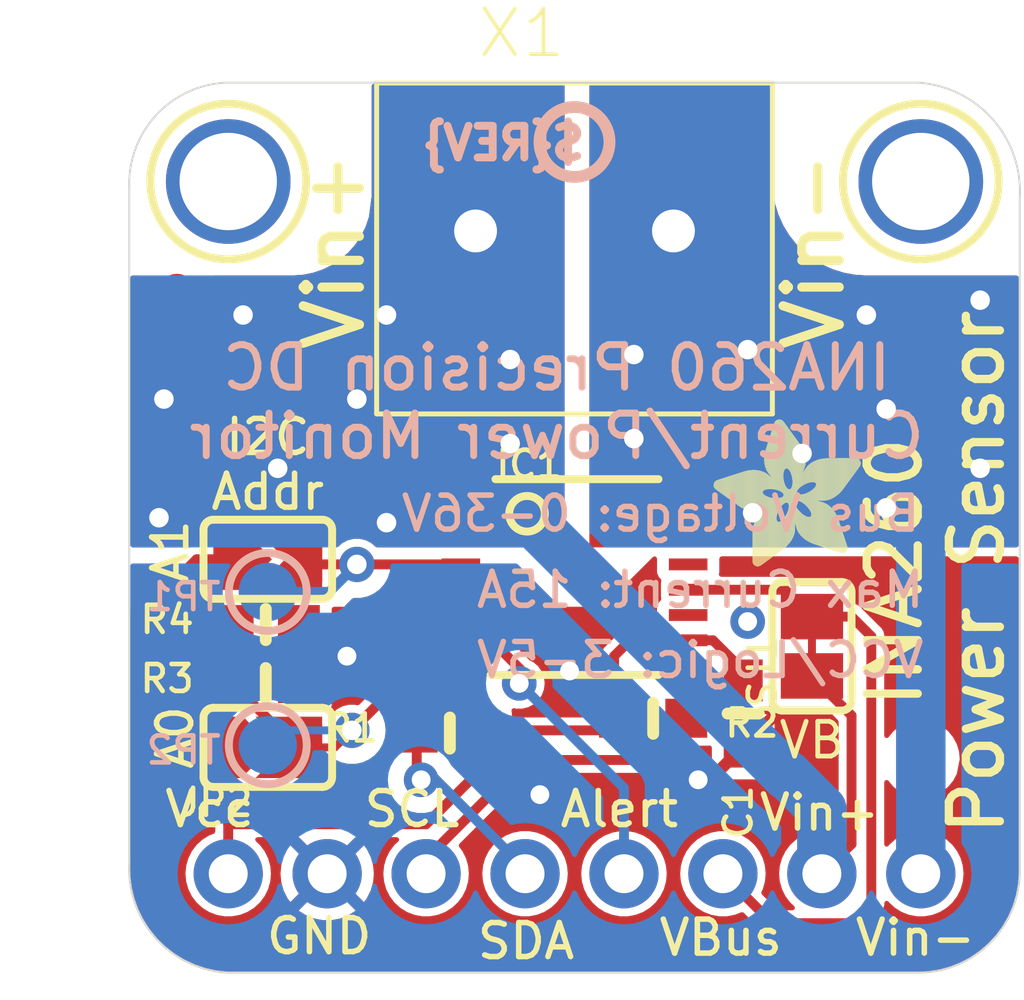
<source format=kicad_pcb>
(kicad_pcb (version 20221018) (generator pcbnew)
  (layers (0 "F.Cu" signal) (31 "B.Cu" signal) (34 "B.Paste" user) (35 "F.Paste" user) (36 "B.SilkS" user "B.Silkscreen") (37 "F.SilkS" user "F.Silkscreen") (38 "B.Mask" user) (39 "F.Mask" user) (44 "Edge.Cuts" user))
  (net 0 "")
  (net 1 "IN+")
  (net 2 "IN-")
  (net 3 "SDA")
  (net 4 "SCL")
  (net 5 "A1")
  (net 6 "A0")
  (net 7 "GND")
  (net 8 "VCC")
  (net 9 "ALERT")
  (net 10 "VBUS")
  (footprint "working:1X08_ROUND_70" (layer "F.Cu") (at 148.499785 113.89346)
    (fp_text reference "JP2" (at -10.2362 -1.8288) (layer "F.SilkS") (effects (font (size 0.692831 0.692831) (thickness 0.119969)) (justify left)))
    (fp_text value "")
    (pad "1" thru_hole circle (at -8.89 0 90) (size 1.778 1.778) (drill 1) (layers "*.Cu" "*.Mask") (net 8 "VCC"))
    (pad "2" thru_hole circle (at -6.35 0 90) (size 1.778 1.778) (drill 1) (layers "*.Cu" "*.Mask") (net 7 "GND"))
    (pad "3" thru_hole circle (at -3.81 0 90) (size 1.778 1.778) (drill 1) (layers "*.Cu" "*.Mask") (net 4 "SCL"))
    (pad "4" thru_hole circle (at -1.27 0 90) (size 1.778 1.778) (drill 1) (layers "*.Cu" "*.Mask") (net 3 "SDA"))
    (pad "5" thru_hole circle (at 1.27 0 90) (size 1.778 1.778) (drill 1) (layers "*.Cu" "*.Mask") (net 9 "ALERT"))
    (pad "6" thru_hole circle (at 3.81 0 90) (size 1.778 1.778) (drill 1) (layers "*.Cu" "*.Mask") (net 10 "VBUS"))
    (pad "7" thru_hole circle (at 6.35 0 90) (size 1.778 1.778) (drill 1) (layers "*.Cu" "*.Mask") (net 1 "IN+"))
    (pad "8" thru_hole circle (at 8.89 0 90) (size 1.778 1.778) (drill 1) (layers "*.Cu" "*.Mask") (net 2 "IN-"))
  )
  (footprint "working:0603-NO" (layer "F.Cu") (at 140.573285 107.49266 180)
    (fp_text reference "R4" (at 1.778 0.127) (layer "F.SilkS") (effects (font (size 0.692831 0.692831) (thickness 0.119969)) (justify right)))
    (fp_text value "10K")
    (pad "1" smd rect (at -0.85 0 180) (size 1.075 1) (layers "F.Cu" "F.Paste" "F.Mask") (net 7 "GND"))
    (pad "2" smd rect (at 0.85 0 180) (size 1.075 1) (layers "F.Cu" "F.Paste" "F.Mask") (net 5 "A1"))
  )
  (footprint "working:ADAFRUIT_3.5MM" (layer "F.Cu") (at 155.865785 106.01946 90)
    (fp_text reference "U$1" hide)
    (fp_text value "" hide)
  )
  (footprint "working:SOLDERJUMPER_ARROW_NOPASTE" (layer "F.Cu") (at 140.625785 105.81626)
    (fp_text reference "SJ4" hide)
    (fp_text value "")
    (fp_poly (pts (xy 0.106121 0.002663) (xy -0.679416 0.7882) (xy -1.3946 0.7882) (xy -1.3946 -0.7882) (xy -0.62715 -0.7882)) (fill solid) (layer "F.Cu"))
    (fp_poly (pts (xy 1.3946 0.7882) (xy -0.315893 0.7882) (xy 0.443148 0) (xy -0.315893 -0.7882) (xy 1.3946 -0.7882)) (fill solid) (layer "F.Cu"))
    (pad "1" smd roundrect (at -1.016 0) (size 0.762 1.524) (layers "F.Cu") (net 8 "VCC"))
    (pad "2" smd roundrect (at 1.016 0) (size 0.762 1.524) (layers "F.Cu") (net 5 "A1"))
  )
  (footprint "working:TERMBLOCK_508_1X2" (layer "F.Cu") (at 148.499785 97.38346)
    (fp_text reference "X1" (at -2.54 -5.08) (layer "F.SilkS") (effects (font (size 1.176528 1.176528) (thickness 0.093472)) (justify left)))
    (fp_text value "5.08mm Term" hide)
    (pad "P$3" thru_hole oval (at -2.54 0 90) (size 4.3688 2.1844) (drill 1.1) (layers "*.Cu" "*.Mask") (net 1 "IN+"))
    (pad "P$4" thru_hole oval (at 2.54 0 90) (size 4.3688 2.1844) (drill 1.1) (layers "*.Cu" "*.Mask") (net 2 "IN-"))
  )
  (footprint "working:MICROBUILDER_FIDUCIAL_1MM" (layer "F.Cu") (at 157.389785 110.94706)
    (fp_text reference "FID3" hide)
    (fp_text value "MICROBUILDER_FIDUCIAL\"\"" hide)
    (pad "1" smd roundrect (at 0 0) (size 1 1) (layers "F.Cu") (roundrect_rratio 0.5))
    (zone (net 0) (net_name "") (layer "F.Cu") (connect_pads (clearance 0)) (min_thickness 0.25)
      (keepout (tracks not_allowed) (vias not_allowed) (pads not_allowed) (copperpour not_allowed) (footprints allowed))
      (fill (thermal_gap 0.5) (thermal_bridge_width 0.5))
      (polygon (pts (xy 156.389785 110.94706) (xy 156.389785 110.94706) (xy 156.409 111.14215) (xy 156.465905 111.329743) (xy 156.558315 111.50263) (xy 156.682678 111.654167) (xy 156.834215 111.77853) (xy 157.007102 111.87094) (xy 157.389785 111.94706) (xy 157.389785 111.94706) (xy 157.584875 111.927845) (xy 157.772468 111.87094) (xy 157.945355 111.77853) (xy 158.096892 111.654167) (xy 158.221255 111.50263) (xy 158.313665 111.329743) (xy 158.389785 110.94706) (xy 158.389785 110.94706) (xy 158.37057 110.75197) (xy 158.313665 110.564377) (xy 158.221255 110.39149) (xy 158.096892 110.239953) (xy 157.945355 110.11559) (xy 157.772468 110.02318) (xy 157.389785 109.94706) (xy 157.389785 109.94706) (xy 157.194695 109.966275) (xy 157.007102 110.02318) (xy 156.834215 110.11559) (xy 156.682678 110.239953) (xy 156.558315 110.39149) (xy 156.465905 110.564377)))
    )
  )
  (footprint "working:0603-NO" (layer "F.Cu") (at 152.830485 109.77866 -90)
    (fp_text reference "C1" (at 1.778 0.127 90) (layer "F.SilkS") (effects (font (size 0.692831 0.692831) (thickness 0.119969)) (justify right)))
    (fp_text value "1uF")
    (pad "1" smd rect (at -0.85 0 270) (size 1.075 1) (layers "F.Cu" "F.Paste" "F.Mask") (net 8 "VCC"))
    (pad "2" smd rect (at 0.85 0 270) (size 1.075 1) (layers "F.Cu" "F.Paste" "F.Mask") (net 7 "GND"))
  )
  (footprint "working:MICROBUILDER_FIDUCIAL_1MM" (layer "F.Cu") (at 138.288985 98.98366)
    (fp_text reference "FID4" hide)
    (fp_text value "MICROBUILDER_FIDUCIAL\"\"" hide)
    (pad "1" smd roundrect (at 0 0) (size 1 1) (layers "F.Cu") (roundrect_rratio 0.5))
    (zone (net 0) (net_name "") (layer "F.Cu") (connect_pads (clearance 0)) (min_thickness 0.25)
      (keepout (tracks not_allowed) (vias not_allowed) (pads not_allowed) (copperpour not_allowed) (footprints allowed))
      (fill (thermal_gap 0.5) (thermal_bridge_width 0.5))
      (polygon (pts (xy 137.288985 98.98366) (xy 137.288985 98.98366) (xy 137.3082 99.17875) (xy 137.365105 99.366343) (xy 137.457515 99.53923) (xy 137.581878 99.690767) (xy 137.733415 99.81513) (xy 137.906302 99.90754) (xy 138.288985 99.98366) (xy 138.288985 99.98366) (xy 138.484075 99.964445) (xy 138.671668 99.90754) (xy 138.844555 99.81513) (xy 138.996092 99.690767) (xy 139.120455 99.53923) (xy 139.212865 99.366343) (xy 139.288985 98.98366) (xy 139.288985 98.98366) (xy 139.26977 98.78857) (xy 139.212865 98.600977) (xy 139.120455 98.42809) (xy 138.996092 98.276553) (xy 138.844555 98.15219) (xy 138.671668 98.05978) (xy 138.288985 97.98366) (xy 138.288985 97.98366) (xy 138.093895 98.002875) (xy 137.906302 98.05978) (xy 137.733415 98.15219) (xy 137.581878 98.276553) (xy 137.457515 98.42809) (xy 137.365105 98.600977)))
    )
  )
  (footprint "working:MOUNTINGHOLE_2.5_PLATED" (layer "F.Cu") (at 157.389785 96.11346)
    (fp_text reference "U$7" hide)
    (fp_text value "MOUNTINGHOLE2.5" hide)
    (pad "P$1" thru_hole circle (at 0 0) (size 3.2 3.2) (drill 2.5) (layers "*.Cu" "*.Mask"))
    (zone (net 0) (net_name "") (layer "F.Cu") (connect_pads (clearance 0)) (min_thickness 0.25)
      (keepout (tracks not_allowed) (vias not_allowed) (pads not_allowed) (copperpour not_allowed) (footprints allowed))
      (fill (thermal_gap 0.5) (thermal_bridge_width 0.5))
      (polygon (pts (xy 159.405785 96.11346) (xy 159.386165 95.832887) (xy 159.327689 95.557775) (xy 159.231493 95.293479) (xy 159.09945 95.045143) (xy 158.934131 94.8176) (xy 158.738752 94.61528) (xy 158.517118 94.44212) (xy 158.273541 94.301491) (xy 158.012763 94.19613) (xy 157.73986 94.128088) (xy 157.460142 94.098688) (xy 157.179056 94.108504) (xy 156.90207 94.157344) (xy 156.634578 94.244257) (xy 156.381785 94.367553) (xy 156.148611 94.52483) (xy 155.939596 94.713029) (xy 155.758807 94.928485) (xy 155.609763 95.167005) (xy 155.495365 95.423947) (xy 155.417839 95.69431) (xy 155.378696 95.972831) (xy 155.378696 96.254089) (xy 155.417839 96.53261) (xy 155.495365 96.802973) (xy 155.609763 97.059915) (xy 155.758807 97.298435) (xy 155.939596 97.513891) (xy 156.148611 97.70209) (xy 156.381785 97.859367) (xy 156.634578 97.982663) (xy 156.90207 98.069576) (xy 157.179056 98.118416) (xy 157.460142 98.128232) (xy 157.73986 98.098832) (xy 158.012763 98.03079) (xy 158.273541 97.925429) (xy 158.517118 97.7848) (xy 158.738752 97.61164) (xy 158.934131 97.40932) (xy 159.09945 97.181777) (xy 159.231493 96.933441) (xy 159.327689 96.669145) (xy 159.386165 96.394033)))
      (polygon (pts (xy 157.373785 96.11346) (xy 157.378471 96.124774) (xy 157.389785 96.12946) (xy 157.401099 96.124774) (xy 157.405785 96.11346) (xy 157.401099 96.102146) (xy 157.389785 96.09746) (xy 157.378471 96.102146)))
    )
    (zone (net 0) (net_name "") (layer "B.Cu") (connect_pads (clearance 0)) (min_thickness 0.25)
      (keepout (tracks not_allowed) (vias not_allowed) (pads not_allowed) (copperpour not_allowed) (footprints allowed))
      (fill (thermal_gap 0.5) (thermal_bridge_width 0.5))
      (polygon (pts (xy 159.405785 96.11346) (xy 159.386165 95.832887) (xy 159.327689 95.557775) (xy 159.231493 95.293479) (xy 159.09945 95.045143) (xy 158.934131 94.8176) (xy 158.738752 94.61528) (xy 158.517118 94.44212) (xy 158.273541 94.301491) (xy 158.012763 94.19613) (xy 157.73986 94.128088) (xy 157.460142 94.098688) (xy 157.179056 94.108504) (xy 156.90207 94.157344) (xy 156.634578 94.244257) (xy 156.381785 94.367553) (xy 156.148611 94.52483) (xy 155.939596 94.713029) (xy 155.758807 94.928485) (xy 155.609763 95.167005) (xy 155.495365 95.423947) (xy 155.417839 95.69431) (xy 155.378696 95.972831) (xy 155.378696 96.254089) (xy 155.417839 96.53261) (xy 155.495365 96.802973) (xy 155.609763 97.059915) (xy 155.758807 97.298435) (xy 155.939596 97.513891) (xy 156.148611 97.70209) (xy 156.381785 97.859367) (xy 156.634578 97.982663) (xy 156.90207 98.069576) (xy 157.179056 98.118416) (xy 157.460142 98.128232) (xy 157.73986 98.098832) (xy 158.012763 98.03079) (xy 158.273541 97.925429) (xy 158.517118 97.7848) (xy 158.738752 97.61164) (xy 158.934131 97.40932) (xy 159.09945 97.181777) (xy 159.231493 96.933441) (xy 159.327689 96.669145) (xy 159.386165 96.394033)))
      (polygon (pts (xy 157.373785 96.11346) (xy 157.378471 96.124774) (xy 157.389785 96.12946) (xy 157.401099 96.124774) (xy 157.405785 96.11346) (xy 157.401099 96.102146) (xy 157.389785 96.09746) (xy 157.378471 96.102146)))
    )
  )
  (footprint "working:0603-NO" (layer "F.Cu") (at 140.573285 109.010876 180)
    (fp_text reference "R3" (at 1.778 0.127) (layer "F.SilkS") (effects (font (size 0.692831 0.692831) (thickness 0.119969)) (justify right)))
    (fp_text value "10K")
    (pad "1" smd rect (at -0.85 0 180) (size 1.075 1) (layers "F.Cu" "F.Paste" "F.Mask") (net 7 "GND"))
    (pad "2" smd rect (at 0.85 0 180) (size 1.075 1) (layers "F.Cu" "F.Paste" "F.Mask") (net 6 "A0"))
  )
  (footprint "working:0603-NO" (layer "F.Cu") (at 145.299385 110.280876 180)
    (fp_text reference "R1" (at 1.778 0.127) (layer "F.SilkS") (effects (font (size 0.692831 0.692831) (thickness 0.119969)) (justify right)))
    (fp_text value "10K")
    (pad "1" smd rect (at -0.85 0 180) (size 1.075 1) (layers "F.Cu" "F.Paste" "F.Mask") (net 8 "VCC"))
    (pad "2" smd rect (at 0.85 0 180) (size 1.075 1) (layers "F.Cu" "F.Paste" "F.Mask") (net 3 "SDA"))
  )
  (footprint "working:SOLDERJUMPER_CLOSEDWIRE" (layer "F.Cu") (at 154.595785 108.05146 90)
    (fp_text reference "SJ1" (at -1.651 -1.27 90) (layer "F.SilkS") (effects (font (size 0.692831 0.692831) (thickness 0.119969)) (justify left)))
    (fp_text value "")
    (pad "1" smd rect (at -0.762 0 90) (size 1.1684 1.6002) (layers "F.Cu") (net 1 "IN+"))
    (pad "2" smd rect (at 0.762 0 90) (size 1.1684 1.6002) (layers "F.Cu") (net 10 "VBUS"))
    (pad "WIRE" smd rect (at 0 0 270) (size 0.635 0.2032) (layers "F.Cu"))
  )
  (footprint "working:0603-NO" (layer "F.Cu") (at 150.519085 109.899876)
    (fp_text reference "R2" (at 1.778 0.127) (layer "F.SilkS") (effects (font (size 0.692831 0.692831) (thickness 0.119969)) (justify left)))
    (fp_text value "10K")
    (pad "1" smd rect (at -0.85 0) (size 1.075 1) (layers "F.Cu" "F.Paste" "F.Mask") (net 8 "VCC"))
    (pad "2" smd rect (at 0.85 0) (size 1.075 1) (layers "F.Cu" "F.Paste" "F.Mask") (net 4 "SCL"))
  )
  (footprint "working:MOUNTINGHOLE_2.5_PLATED" (layer "F.Cu") (at 139.609785 96.11346)
    (fp_text reference "U$8" hide)
    (fp_text value "MOUNTINGHOLE2.5" hide)
    (pad "P$1" thru_hole circle (at 0 0) (size 3.2 3.2) (drill 2.5) (layers "*.Cu" "*.Mask"))
    (zone (net 0) (net_name "") (layer "F.Cu") (connect_pads (clearance 0)) (min_thickness 0.25)
      (keepout (tracks not_allowed) (vias not_allowed) (pads not_allowed) (copperpour not_allowed) (footprints allowed))
      (fill (thermal_gap 0.5) (thermal_bridge_width 0.5))
      (polygon (pts (xy 141.625785 96.11346) (xy 141.606165 95.832887) (xy 141.547689 95.557775) (xy 141.451493 95.293479) (xy 141.31945 95.045143) (xy 141.154131 94.8176) (xy 140.958752 94.61528) (xy 140.737118 94.44212) (xy 140.493541 94.301491) (xy 140.232763 94.19613) (xy 139.95986 94.128088) (xy 139.680142 94.098688) (xy 139.399056 94.108504) (xy 139.12207 94.157344) (xy 138.854578 94.244257) (xy 138.601785 94.367553) (xy 138.368611 94.52483) (xy 138.159596 94.713029) (xy 137.978807 94.928485) (xy 137.829763 95.167005) (xy 137.715365 95.423947) (xy 137.637839 95.69431) (xy 137.598696 95.972831) (xy 137.598696 96.254089) (xy 137.637839 96.53261) (xy 137.715365 96.802973) (xy 137.829763 97.059915) (xy 137.978807 97.298435) (xy 138.159596 97.513891) (xy 138.368611 97.70209) (xy 138.601785 97.859367) (xy 138.854578 97.982663) (xy 139.12207 98.069576) (xy 139.399056 98.118416) (xy 139.680142 98.128232) (xy 139.95986 98.098832) (xy 140.232763 98.03079) (xy 140.493541 97.925429) (xy 140.737118 97.7848) (xy 140.958752 97.61164) (xy 141.154131 97.40932) (xy 141.31945 97.181777) (xy 141.451493 96.933441) (xy 141.547689 96.669145) (xy 141.606165 96.394033)))
      (polygon (pts (xy 139.593785 96.11346) (xy 139.598471 96.124774) (xy 139.609785 96.12946) (xy 139.621099 96.124774) (xy 139.625785 96.11346) (xy 139.621099 96.102146) (xy 139.609785 96.09746) (xy 139.598471 96.102146)))
    )
    (zone (net 0) (net_name "") (layer "B.Cu") (connect_pads (clearance 0)) (min_thickness 0.25)
      (keepout (tracks not_allowed) (vias not_allowed) (pads not_allowed) (copperpour not_allowed) (footprints allowed))
      (fill (thermal_gap 0.5) (thermal_bridge_width 0.5))
      (polygon (pts (xy 141.625785 96.11346) (xy 141.606165 95.832887) (xy 141.547689 95.557775) (xy 141.451493 95.293479) (xy 141.31945 95.045143) (xy 141.154131 94.8176) (xy 140.958752 94.61528) (xy 140.737118 94.44212) (xy 140.493541 94.301491) (xy 140.232763 94.19613) (xy 139.95986 94.128088) (xy 139.680142 94.098688) (xy 139.399056 94.108504) (xy 139.12207 94.157344) (xy 138.854578 94.244257) (xy 138.601785 94.367553) (xy 138.368611 94.52483) (xy 138.159596 94.713029) (xy 137.978807 94.928485) (xy 137.829763 95.167005) (xy 137.715365 95.423947) (xy 137.637839 95.69431) (xy 137.598696 95.972831) (xy 137.598696 96.254089) (xy 137.637839 96.53261) (xy 137.715365 96.802973) (xy 137.829763 97.059915) (xy 137.978807 97.298435) (xy 138.159596 97.513891) (xy 138.368611 97.70209) (xy 138.601785 97.859367) (xy 138.854578 97.982663) (xy 139.12207 98.069576) (xy 139.399056 98.118416) (xy 139.680142 98.128232) (xy 139.95986 98.098832) (xy 140.232763 98.03079) (xy 140.493541 97.925429) (xy 140.737118 97.7848) (xy 140.958752 97.61164) (xy 141.154131 97.40932) (xy 141.31945 97.181777) (xy 141.451493 96.933441) (xy 141.547689 96.669145) (xy 141.606165 96.394033)))
      (polygon (pts (xy 139.593785 96.11346) (xy 139.598471 96.124774) (xy 139.609785 96.12946) (xy 139.621099 96.124774) (xy 139.625785 96.11346) (xy 139.621099 96.102146) (xy 139.609785 96.09746) (xy 139.598471 96.102146)))
    )
  )
  (footprint "working:SOLDERJUMPER_ARROW_NOPASTE" (layer "F.Cu") (at 140.625785 110.648045)
    (fp_text reference "SJ3" hide)
    (fp_text value "")
    (fp_poly (pts (xy 0.106121 0.002663) (xy -0.679416 0.7882) (xy -1.3946 0.7882) (xy -1.3946 -0.7882) (xy -0.62715 -0.7882)) (fill solid) (layer "F.Cu"))
    (fp_poly (pts (xy 1.3946 0.7882) (xy -0.315893 0.7882) (xy 0.443148 0) (xy -0.315893 -0.7882) (xy 1.3946 -0.7882)) (fill solid) (layer "F.Cu"))
    (pad "1" smd roundrect (at -1.016 0) (size 0.762 1.524) (layers "F.Cu") (net 8 "VCC"))
    (pad "2" smd roundrect (at 1.016 0) (size 0.762 1.524) (layers "F.Cu") (net 6 "A0"))
  )
  (footprint "working:TSSOP16" (layer "F.Cu") (at 148.499785 106.27346 -90)
    (fp_text reference "IC1" (at -2.8956 2.0828) (layer "F.SilkS") (effects (font (size 0.692831 0.692831) (thickness 0.119969)) (justify left)))
    (fp_text value "INA260")
    (pad "1" smd rect (at -2.275 2.9178 270) (size 0.3048 0.9906) (layers "F.Cu" "F.Paste" "F.Mask") (net 1 "IN+"))
    (pad "2" smd rect (at -1.625 2.9178 270) (size 0.3048 0.9906) (layers "F.Cu" "F.Paste" "F.Mask") (net 1 "IN+"))
    (pad "3" smd rect (at -0.975 2.9178 270) (size 0.3048 0.9906) (layers "F.Cu" "F.Paste" "F.Mask") (net 1 "IN+"))
    (pad "4" smd rect (at -0.325 2.9178 270) (size 0.3048 0.9906) (layers "F.Cu" "F.Paste" "F.Mask") (net 5 "A1"))
    (pad "5" smd rect (at 0.325 2.9178 270) (size 0.3048 0.9906) (layers "F.Cu" "F.Paste" "F.Mask") (net 6 "A0"))
    (pad "6" smd rect (at 0.975 2.9178 270) (size 0.3048 0.9906) (layers "F.Cu" "F.Paste" "F.Mask") (net 7 "GND"))
    (pad "7" smd rect (at 1.625 2.9178 270) (size 0.3048 0.9906) (layers "F.Cu" "F.Paste" "F.Mask") (net 9 "ALERT"))
    (pad "8" smd rect (at 2.275 2.9178 270) (size 0.3048 0.9906) (layers "F.Cu" "F.Paste" "F.Mask") (net 3 "SDA"))
    (pad "9" smd rect (at 2.275 -2.9178 270) (size 0.3048 0.9906) (layers "F.Cu" "F.Paste" "F.Mask") (net 4 "SCL"))
    (pad "10" smd rect (at 1.625 -2.9178 270) (size 0.3048 0.9906) (layers "F.Cu" "F.Paste" "F.Mask") (net 8 "VCC"))
    (pad "11" smd rect (at 0.975 -2.9178 270) (size 0.3048 0.9906) (layers "F.Cu" "F.Paste" "F.Mask") (net 7 "GND"))
    (pad "12" smd rect (at 0.325 -2.9178 270) (size 0.3048 0.9906) (layers "F.Cu" "F.Paste" "F.Mask") (net 10 "VBUS"))
    (pad "13" smd rect (at -0.325 -2.9178 270) (size 0.3048 0.9906) (layers "F.Cu" "F.Paste" "F.Mask") (net 7 "GND"))
    (pad "14" smd rect (at -0.975 -2.9178 270) (size 0.3048 0.9906) (layers "F.Cu" "F.Paste" "F.Mask") (net 2 "IN-"))
    (pad "15" smd rect (at -1.625 -2.9178 270) (size 0.3048 0.9906) (layers "F.Cu" "F.Paste" "F.Mask") (net 2 "IN-"))
    (pad "16" smd rect (at -2.275 -2.9178 270) (size 0.3048 0.9906) (layers "F.Cu" "F.Paste" "F.Mask") (net 2 "IN-"))
  )
  (footprint "working:TESTPOINT_ROUND_1.5MM" (layer "B.Cu") (at 140.625785 106.65446 180)
    (fp_text reference "TP1" (at 1.143 -0.127) (layer "B.SilkS") (effects (font (size 0.692831 0.692831) (thickness 0.119969)) (justify left mirror)))
    (fp_text value "")
    (pad "P$1" smd roundrect (at 0 0 180) (size 1.5 1.5) (layers "B.Cu" "B.Mask") (roundrect_rratio 0.5) (net 5 "A1"))
  )
  (footprint "working:PCBFEAT-REV-040" (layer "B.Cu") (at 148.499785 95.09746 180)
    (fp_text reference "U$6" hide)
    (fp_text value "" hide)
    (fp_text user "${REV}" (at -0.3556 -0.508) (layer "B.SilkS") (effects (font (size 0.8128 0.8128) (thickness 0.2032)) (justify left bottom mirror)))
  )
  (footprint "working:TESTPOINT_ROUND_1.5MM" (layer "B.Cu") (at 140.625785 110.59146 180)
    (fp_text reference "TP2" (at 1.143 -0.127) (layer "B.SilkS") (effects (font (size 0.692831 0.692831) (thickness 0.119969)) (justify left mirror)))
    (fp_text value "")
    (pad "P$1" smd roundrect (at 0 0 180) (size 1.5 1.5) (layers "B.Cu" "B.Mask") (roundrect_rratio 0.5) (net 6 "A0"))
  )
  (gr_line (start 159.929785 113.86806) (end 159.929785 96.54526) (stroke (width 0.05)) (layer "Edge.Cuts"))
  (gr_arc (start 139.609785 116.43346) (mid 137.761129 115.562511) (end 137.069785 113.63946) (stroke (width 0.05)) (layer "Edge.Cuts"))
  (gr_line (start 139.609785 116.43346) (end 157.288185 116.43346) (stroke (width 0.05)) (layer "Edge.Cuts"))
  (gr_arc (start 137.069785 96.29126) (mid 137.75151 94.41683) (end 139.558985 93.57346) (stroke (width 0.05)) (layer "Edge.Cuts"))
  (gr_arc (start 159.929785 113.86806) (mid 159.140297 115.697853) (end 157.288185 116.43346) (stroke (width 0.05)) (layer "Edge.Cuts"))
  (gr_line (start 157.313585 93.57346) (end 139.558985 93.57346) (stroke (width 0.05)) (layer "Edge.Cuts"))
  (gr_line (start 137.069785 96.29126) (end 137.069785 113.63946) (stroke (width 0.05)) (layer "Edge.Cuts"))
  (gr_arc (start 157.313585 93.57346) (mid 159.237165 94.517527) (end 159.929785 96.54526) (stroke (width 0.05)) (layer "Edge.Cuts"))
  (gr_text "Bus Voltage: 0-36V" (at 157.440585 105.15586) (layer "B.SilkS") (effects (font (size 0.87376 0.87376) (thickness 0.14224)) (justify left bottom mirror)))
  (gr_text "Max Current: 15A" (at 157.542185 107.11166) (layer "B.SilkS") (effects (font (size 0.87376 0.87376) (thickness 0.14224)) (justify left bottom mirror)))
  (gr_text "VCC/Logic: 3-5V" (at 157.542185 108.91506) (layer "B.SilkS") (effects (font (size 0.87376 0.87376) (thickness 0.14224)) (justify left bottom mirror)))
  (gr_text "INA260 Precision DC\nCurrent/Power Monitor" (at 148.042585 101.77766) (layer "B.SilkS") (effects (font (size 1.0922 1.0922) (thickness 0.1778)) (justify mirror)))
  (gr_text "A1" (at 138.631885 106.50206 90) (layer "F.SilkS") (effects (font (size 0.87376 0.87376) (thickness 0.14224)) (justify left bottom)))
  (gr_text "VB" (at 154.595785 110.46446) (layer "F.SilkS") (effects (font (size 0.89408 0.89408) (thickness 0.12192))))
  (gr_text "Alert" (at 151.242985 111.72176) (layer "F.SilkS") (effects (font (size 0.87376 0.87376) (thickness 0.14224)) (justify right top)))
  (gr_text "SCL" (at 145.629585 111.72176) (layer "F.SilkS") (effects (font (size 0.87376 0.87376) (thickness 0.14224)) (justify right top)))
  (gr_text "Vin+" (at 143.165785 100.55846 90) (layer "F.SilkS") (effects (font (size 1.441704 1.441704) (thickness 0.234696)) (justify left bottom)))
  (gr_text "SDA" (at 148.575985 115.11266) (layer "F.SilkS") (effects (font (size 0.87376 0.87376) (thickness 0.14224)) (justify right top)))
  (gr_text "INA260\nPower Sensor" (at 157.770785 106.14646 90) (layer "F.SilkS") (effects (font (size 1.31064 1.31064) (thickness 0.21336))))
  (gr_text "Vcc" (at 140.346385 111.72176) (layer "F.SilkS") (effects (font (size 0.87376 0.87376) (thickness 0.14224)) (justify right top)))
  (gr_text "Vin+" (at 156.399185 111.81066) (layer "F.SilkS") (effects (font (size 0.87376 0.87376) (thickness 0.14224)) (justify right top)))
  (gr_text "GND" (at 143.368985 114.98566) (layer "F.SilkS") (effects (font (size 0.87376 0.87376) (thickness 0.14224)) (justify right top)))
  (gr_text "A0" (at 138.758885 111.27726 90) (layer "F.SilkS") (effects (font (size 0.87376 0.87376) (thickness 0.14224)) (justify left bottom)))
  (gr_text "VBus" (at 153.909985 115.02376) (layer "F.SilkS") (effects (font (size 0.87376 0.87376) (thickness 0.14224)) (justify right top)))
  (gr_text "Vin-" (at 158.862985 115.02376) (layer "F.SilkS") (effects (font (size 0.87376 0.87376) (thickness 0.14224)) (justify right top)))
  (gr_text "I2C\nAddr" (at 140.625785 103.37786) (layer "F.SilkS") (effects (font (size 0.87376 0.87376) (thickness 0.14224))))
  (gr_text "Vin-" (at 155.484785 100.55846 90) (layer "F.SilkS") (effects (font (size 1.441704 1.441704) (thickness 0.234696)) (justify left bottom)))
  (segment (start 145.959785 104.49546) (end 145.959785 97.38346) (width 0.254) (layer "F.Cu") (net 1))
  (segment (start 155.611785 109.82946) (end 155.611785 113.13146) (width 0.254) (layer "F.Cu") (net 1))
  (segment (start 154.849785 113.89346) (end 155.611785 113.13146) (width 0.254) (layer "F.Cu") (net 1))
  (segment (start 154.595785 108.81346) (end 155.611785 109.82946) (width 0.254) (layer "F.Cu") (net 1))
  (via (at 143.673785 99.54246) (size 0.9064) (drill 0.5) (layers "F.Cu" "B.Cu") (net 1))
  (via (at 143.673785 104.87646) (size 0.9064) (drill 0.5) (layers "F.Cu" "B.Cu") (net 1))
  (via (at 146.848785 100.68546) (size 0.9064) (drill 0.5) (layers "F.Cu" "B.Cu") (net 1))
  (via (at 140.879785 103.47946) (size 0.9064) (drill 0.5) (layers "F.Cu" "B.Cu") (net 1))
  (via (at 137.831785 104.74946) (size 0.9064) (drill 0.5) (layers "F.Cu" "B.Cu") (net 1))
  (via (at 139.990785 99.54246) (size 0.9064) (drill 0.5) (layers "F.Cu" "B.Cu") (net 1))
  (via (at 146.848785 102.84446) (size 0.9064) (drill 0.5) (layers "F.Cu" "B.Cu") (net 1))
  (via (at 142.911785 101.70146) (size 0.9064) (drill 0.5) (layers "F.Cu" "B.Cu") (net 1))
  (via (at 137.958785 101.70146) (size 0.9064) (drill 0.5) (layers "F.Cu" "B.Cu") (net 1))
  (segment (start 154.849785 113.89346) (end 154.849785 112.24246) (width 1.27) (layer "B.Cu") (net 1))
  (segment (start 154.849785 112.24246) (end 153.973485 111.36616) (width 1.27) (layer "B.Cu") (net 1))
  (segment (start 145.959785 103.388473) (end 145.959785 97.38346) (width 1.27) (layer "B.Cu") (net 1))
  (segment (start 153.937472 111.36616) (end 145.959785 103.388473) (width 1.27) (layer "B.Cu") (net 1))
  (segment (start 153.973485 111.36616) (end 153.937472 111.36616) (width 1.27) (layer "B.Cu") (net 1))
  (via (at 154.341785 103.09846) (size 0.9064) (drill 0.5) (layers "F.Cu" "B.Cu") (net 2))
  (via (at 155.992785 99.54246) (size 0.9064) (drill 0.5) (layers "F.Cu" "B.Cu") (net 2))
  (via (at 150.023785 102.71746) (size 0.9064) (drill 0.5) (layers "F.Cu" "B.Cu") (net 2))
  (via (at 150.023785 100.55846) (size 0.9064) (drill 0.5) (layers "F.Cu" "B.Cu") (net 2))
  (via (at 158.913785 103.47946) (size 0.9064) (drill 0.5) (layers "F.Cu" "B.Cu") (net 2))
  (via (at 152.944785 100.43146) (size 0.9064) (drill 0.5) (layers "F.Cu" "B.Cu") (net 2))
  (via (at 156.500785 101.95546) (size 0.9064) (drill 0.5) (layers "F.Cu" "B.Cu") (net 2))
  (via (at 156.500785 104.49546) (size 0.9064) (drill 0.5) (layers "F.Cu" "B.Cu") (net 2))
  (via (at 158.913785 99.16146) (size 0.9064) (drill 0.5) (layers "F.Cu" "B.Cu") (net 2))
  (via (at 153.071785 104.62246) (size 0.9064) (drill 0.5) (layers "F.Cu" "B.Cu") (net 2))
  (segment (start 157.389785 113.89346) (end 157.389785 103.73346) (width 1.27) (layer "B.Cu") (net 2))
  (segment (start 157.389785 103.73346) (end 151.039785 97.38346) (width 1.27) (layer "B.Cu") (net 2))
  (segment (start 144.449385 110.06986) (end 144.449385 110.280876) (width 0.254) (layer "F.Cu") (net 3))
  (segment (start 144.449385 110.280876) (end 144.449385 111.36706) (width 0.254) (layer "F.Cu") (net 3))
  (segment (start 145.581985 108.93726) (end 144.449385 110.06986) (width 0.254) (layer "F.Cu") (net 3))
  (segment (start 144.562785 111.48046) (end 144.449385 111.36706) (width 0.254) (layer "F.Cu") (net 3))
  (segment (start 145.581985 108.54846) (end 145.581985 108.93726) (width 0.254) (layer "F.Cu") (net 3))
  (via (at 144.562785 111.48046) (size 0.889) (drill 0.4826) (layers "F.Cu" "B.Cu") (net 3))
  (segment (start 147.229785 113.76646) (end 147.229785 113.89346) (width 0.254) (layer "B.Cu") (net 3))
  (segment (start 144.931085 111.46776) (end 144.575485 111.46776) (width 0.254) (layer "B.Cu") (net 3))
  (segment (start 144.575485 111.46776) (end 144.562785 111.48046) (width 0.254) (layer "B.Cu") (net 3))
  (segment (start 147.229785 113.76646) (end 144.931085 111.46776) (width 0.254) (layer "B.Cu") (net 3))
  (segment (start 151.417585 109.851376) (end 151.369085 109.899876) (width 0.254) (layer "F.Cu") (net 4))
  (segment (start 147.229785 110.97246) (end 144.689785 113.51246) (width 0.254) (layer "F.Cu") (net 4))
  (segment (start 151.369085 110.38916) (end 150.785785 110.97246) (width 0.254) (layer "F.Cu") (net 4))
  (segment (start 150.785785 110.97246) (end 147.229785 110.97246) (width 0.254) (layer "F.Cu") (net 4))
  (segment (start 151.417585 108.54846) (end 151.417585 109.851376) (width 0.254) (layer "F.Cu") (net 4))
  (segment (start 144.689785 113.51246) (end 144.689785 113.89346) (width 0.254) (layer "F.Cu") (net 4))
  (segment (start 151.369085 109.899876) (end 151.369085 110.38916) (width 0.254) (layer "F.Cu") (net 4))
  (segment (start 139.723285 107.49266) (end 140.942485 106.27346) (width 0.254) (layer "F.Cu") (net 5))
  (segment (start 141.006785 106.27346) (end 141.399685 105.88056) (width 0.254) (layer "F.Cu") (net 5))
  (segment (start 145.581985 105.94846) (end 142.911785 105.94846) (width 0.254) (layer "F.Cu") (net 5))
  (segment (start 141.773985 105.94846) (end 142.911785 105.94846) (width 0.254) (layer "F.Cu") (net 5))
  (segment (start 140.942485 106.27346) (end 141.006785 106.27346) (width 0.254) (layer "F.Cu") (net 5))
  (segment (start 141.641785 105.81626) (end 141.773985 105.94846) (width 0.254) (layer "F.Cu") (net 5))
  (segment (start 141.399685 105.88056) (end 141.399685 105.81626) (width 0.254) (layer "F.Cu") (net 5))
  (segment (start 141.399685 105.81626) (end 141.641785 105.81626) (width 0.254) (layer "F.Cu") (net 5))
  (via (at 142.911785 105.94846) (size 0.9064) (drill 0.5) (layers "F.Cu" "B.Cu") (net 5))
  (segment (start 140.625785 106.65446) (end 142.205785 106.65446) (width 0.254) (layer "B.Cu") (net 5))
  (segment (start 142.205785 106.65446) (end 142.911785 105.94846) (width 0.254) (layer "B.Cu") (net 5))
  (segment (start 141.360453 110.648045) (end 141.641785 110.648045) (width 0.254) (layer "F.Cu") (net 6))
  (segment (start 139.723285 109.010876) (end 141.360453 110.648045) (width 0.254) (layer "F.Cu") (net 6))
  (segment (start 143.503585 109.49166) (end 142.784785 110.21046) (width 0.254) (layer "F.Cu") (net 6))
  (segment (start 143.503585 107.040057) (end 143.503585 109.49166) (width 0.254) (layer "F.Cu") (net 6))
  (segment (start 141.641785 110.648045) (end 142.3472 110.648045) (width 0.2032) (layer "F.Cu") (net 6))
  (segment (start 142.784785 110.21046) (end 142.3472 110.648045) (width 0.2032) (layer "F.Cu") (net 6))
  (segment (start 143.945178 106.59846) (end 145.581985 106.59846) (width 0.254) (layer "F.Cu") (net 6))
  (segment (start 143.945172 106.598467) (end 143.503585 107.040057) (width 0.254) (layer "F.Cu") (net 6))
  (segment (start 143.945172 106.598467) (end 143.945178 106.59846) (width 0.254) (layer "F.Cu") (net 6))
  (via (at 142.784785 110.21046) (size 0.9064) (drill 0.5) (layers "F.Cu" "B.Cu") (net 6))
  (segment (start 141.006785 110.21046) (end 140.625785 110.59146) (width 0.2032) (layer "B.Cu") (net 6))
  (segment (start 142.784785 110.21046) (end 141.006785 110.21046) (width 0.2032) (layer "B.Cu") (net 6))
  (via (at 151.674785 111.48046) (size 0.889) (drill 0.4826) (layers "F.Cu" "B.Cu") (net 7))
  (via (at 148.372785 108.68646) (size 0.889) (drill 0.4826) (layers "F.Cu" "B.Cu") (net 7))
  (via (at 142.657785 108.30546) (size 0.889) (drill 0.4826) (layers "F.Cu" "B.Cu") (net 7))
  (via (at 152.944785 107.41646) (size 0.889) (drill 0.4826) (layers "F.Cu" "B.Cu") (net 7))
  (via (at 147.610785 111.86146) (size 0.889) (drill 0.4826) (layers "F.Cu" "B.Cu") (net 7))
  (segment (start 146.340785 110.97246) (end 146.340785 110.472276) (width 0.254) (layer "F.Cu") (net 8))
  (segment (start 138.796985 105.81626) (end 138.466785 106.14646) (width 0.254) (layer "F.Cu") (net 8))
  (segment (start 138.466785 110.08346) (end 139.031369 110.648045) (width 0.254) (layer "F.Cu") (net 8))
  (segment (start 139.609785 110.648045) (end 139.609785 112.62346) (width 0.254) (layer "F.Cu") (net 8))
  (segment (start 139.609785 112.62346) (end 139.609785 113.89346) (width 0.254) (layer "F.Cu") (net 8))
  (segment (start 144.689785 112.62346) (end 139.609785 112.62346) (width 0.254) (layer "F.Cu") (net 8))
  (segment (start 149.515785 108.30546) (end 149.515785 109.899876) (width 0.254) (layer "F.Cu") (net 8))
  (segment (start 151.417585 107.89846) (end 152.054285 107.89846) (width 0.254) (layer "F.Cu") (net 8))
  (segment (start 139.609785 105.81626) (end 138.796985 105.81626) (width 0.254) (layer "F.Cu") (net 8))
  (segment (start 149.3585 110.21046) (end 146.2198 110.21046) (width 0.254) (layer "F.Cu") (net 8))
  (segment (start 146.340785 110.97246) (end 144.689785 112.62346) (width 0.254) (layer "F.Cu") (net 8))
  (segment (start 146.149385 110.280876) (end 146.2198 110.21046) (width 0.254) (layer "F.Cu") (net 8))
  (segment (start 152.830485 108.92866) (end 152.830485 108.67466) (width 0.254) (layer "F.Cu") (net 8))
  (segment (start 152.830485 108.67466) (end 152.054285 107.89846) (width 0.254) (layer "F.Cu") (net 8))
  (segment (start 149.669085 109.899876) (end 149.3585 110.21046) (width 0.254) (layer "F.Cu") (net 8))
  (segment (start 138.466785 106.14646) (end 138.466785 110.08346) (width 0.254) (layer "F.Cu") (net 8))
  (segment (start 149.669085 109.899876) (end 149.515785 109.899876) (width 0.254) (layer "F.Cu") (net 8))
  (segment (start 146.340785 110.472276) (end 146.149385 110.280876) (width 0.254) (layer "F.Cu") (net 8))
  (segment (start 139.031369 110.648045) (end 139.609785 110.648045) (width 0.254) (layer "F.Cu") (net 8))
  (segment (start 151.417585 107.89846) (end 149.922785 107.89846) (width 0.254) (layer "F.Cu") (net 8))
  (segment (start 149.922785 107.89846) (end 149.515785 108.30546) (width 0.254) (layer "F.Cu") (net 8))
  (segment (start 147.102781 108.635848) (end 146.365394 107.89846) (width 0.254) (layer "F.Cu") (net 9))
  (segment (start 146.365394 107.89846) (end 145.581985 107.89846) (width 0.254) (layer "F.Cu") (net 9))
  (segment (start 147.102781 108.635848) (end 147.102781 108.981764) (width 0.254) (layer "F.Cu") (net 9))
  (segment (start 147.102781 108.981764) (end 147.080585 109.00396) (width 0.254) (layer "F.Cu") (net 9))
  (via (at 147.080585 109.00396) (size 0.889) (drill 0.4826) (layers "F.Cu" "B.Cu") (net 9))
  (segment (start 149.769785 111.69316) (end 147.080585 109.00396) (width 0.254) (layer "B.Cu") (net 9))
  (segment (start 149.769785 113.89346) (end 149.769785 111.69316) (width 0.254) (layer "B.Cu") (net 9))
  (segment (start 153.579785 115.16346) (end 155.611785 115.16346) (width 0.254) (layer "F.Cu") (net 10))
  (segment (start 156.119785 107.79746) (end 156.119785 114.65546) (width 0.254) (layer "F.Cu") (net 10))
  (segment (start 151.417585 106.59846) (end 153.904785 106.59846) (width 0.254) (layer "F.Cu") (net 10))
  (segment (start 152.309785 113.89346) (end 153.579785 115.16346) (width 0.254) (layer "F.Cu") (net 10))
  (segment (start 154.595785 107.28946) (end 153.904785 106.59846) (width 0.254) (layer "F.Cu") (net 10))
  (segment (start 155.611785 115.16346) (end 156.119785 114.65546) (width 0.254) (layer "F.Cu") (net 10))
  (segment (start 156.119785 107.79746) (end 155.611785 107.28946) (width 0.254) (layer "F.Cu") (net 10))
  (segment (start 155.611785 107.28946) (end 154.595785 107.28946) (width 0.254) (layer "F.Cu") (net 10))
  (zone (net 7) (net_name "GND") (layer "F.Cu") (priority 6) (connect_pads (clearance 0.000001)) (min_thickness 0.127) (fill yes (thermal_gap 0.304) (thermal_bridge_width 0.304))
    (polygon (pts (xy 160.058321 116.56046) (xy 136.942785 116.56046) (xy 136.942785 107.03546) (xy 149.234575 107.03546) (xy 150.529976 105.74006) (xy 159.928268 105.74006)))
  )
  (zone (net 1) (net_name "IN+") (layer "F.Cu") (priority 6) (connect_pads yes (clearance 0.000001)) (min_thickness 0.127) (fill yes (thermal_gap 0.5) (thermal_bridge_width 0.5))
    (polygon (pts (xy 148.245785 105.51146) (xy 136.942785 105.51146) (xy 136.942785 98.52646) (xy 141.256629 98.52646) (xy 141.525976 98.508806) (xy 141.786636 98.456958) (xy 142.038291 98.371533) (xy 142.27665 98.253987) (xy 142.49762 98.106339) (xy 142.697433 97.931109) (xy 142.872663 97.731296) (xy 143.020311 97.510326) (xy 143.137857 97.271967) (xy 143.221937 97.024275) (xy 143.292785 96.486133) (xy 143.292785 93.44646) (xy 148.245785 93.44646)))
  )
  (zone (net 2) (net_name "IN-") (layer "F.Cu") (priority 6) (connect_pads yes (clearance 0.000001)) (min_thickness 0.127) (fill yes (thermal_gap 0.5) (thermal_bridge_width 0.5))
    (polygon (pts (xy 153.579784 96.109628) (xy 153.597607 96.404282) (xy 153.650128 96.690873) (xy 153.73681 96.969046) (xy 153.856384 97.234728) (xy 154.007117 97.484071) (xy 154.186797 97.713416) (xy 154.392829 97.919448) (xy 154.622174 98.099128) (xy 154.871517 98.249861) (xy 155.137199 98.369435) (xy 155.415372 98.456117) (xy 155.701963 98.508638) (xy 155.996617 98.52646) (xy 159.929785 98.52646) (xy 159.929785 105.51146) (xy 148.880785 105.51146) (xy 148.880785 93.446467) (xy 153.579785 93.446464)))
  )
  (zone (net 7) (net_name "GND") (layer "B.Cu") (priority 6) (connect_pads (clearance 0.4064)) (min_thickness 0.127) (fill yes (thermal_gap 0.304) (thermal_bridge_width 0.304))
    (polygon (pts (xy 160.056785 116.56046) (xy 136.942785 116.56046) (xy 136.942785 105.79086) (xy 160.056785 105.79086)))
  )
  (zone (net 1) (net_name "IN+") (layer "B.Cu") (priority 6) (connect_pads yes (clearance 0.000001)) (min_thickness 0.127) (fill yes (thermal_gap 0.5) (thermal_bridge_width 0.5))
    (polygon (pts (xy 148.245785 105.51146) (xy 136.942785 105.51146) (xy 136.942785 98.52646) (xy 141.256629 98.52646) (xy 141.525976 98.508806) (xy 141.786636 98.456958) (xy 142.038291 98.371533) (xy 142.27665 98.253987) (xy 142.49762 98.106339) (xy 142.697433 97.931109) (xy 142.872663 97.731296) (xy 143.020311 97.510326) (xy 143.137857 97.271967) (xy 143.221937 97.024275) (xy 143.292785 96.486133) (xy 143.292785 93.44646) (xy 148.245785 93.44646)))
  )
  (zone (net 2) (net_name "IN-") (layer "B.Cu") (priority 6) (connect_pads yes (clearance 0.000001)) (min_thickness 0.127) (fill yes (thermal_gap 0.5) (thermal_bridge_width 0.5))
    (polygon (pts (xy 153.579785 96.109628) (xy 153.597607 96.404282) (xy 153.650128 96.690873) (xy 153.73681 96.969046) (xy 153.856384 97.234728) (xy 154.007117 97.484071) (xy 154.186797 97.713416) (xy 154.392829 97.919448) (xy 154.622174 98.099128) (xy 154.871517 98.249861) (xy 155.137199 98.369435) (xy 155.415372 98.456117) (xy 155.701963 98.508638) (xy 155.996617 98.52646) (xy 159.929785 98.52646) (xy 159.929785 105.51146) (xy 148.880785 105.511457) (xy 148.880785 93.44646) (xy 153.579785 93.44646)))
  )
)
</source>
